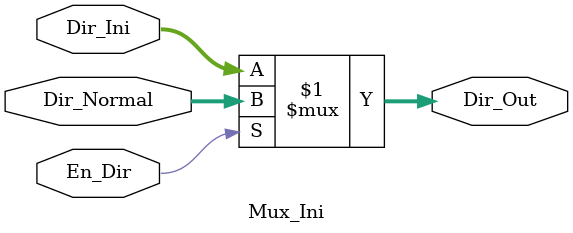
<source format=v>
`timescale 1ns / 1ps


module Mux_Ini(
    Dir_Ini,
    Dir_Normal,
    Dir_Out,
    En_Dir
    
    );
 parameter largo =8;
 input [largo-1:0]Dir_Ini;
 input [largo-1:0] Dir_Normal;
 output [largo-1:0] Dir_Out;
 input En_Dir;
 
assign Dir_Out = En_Dir ? Dir_Normal: Dir_Ini;
                        
endmodule

</source>
